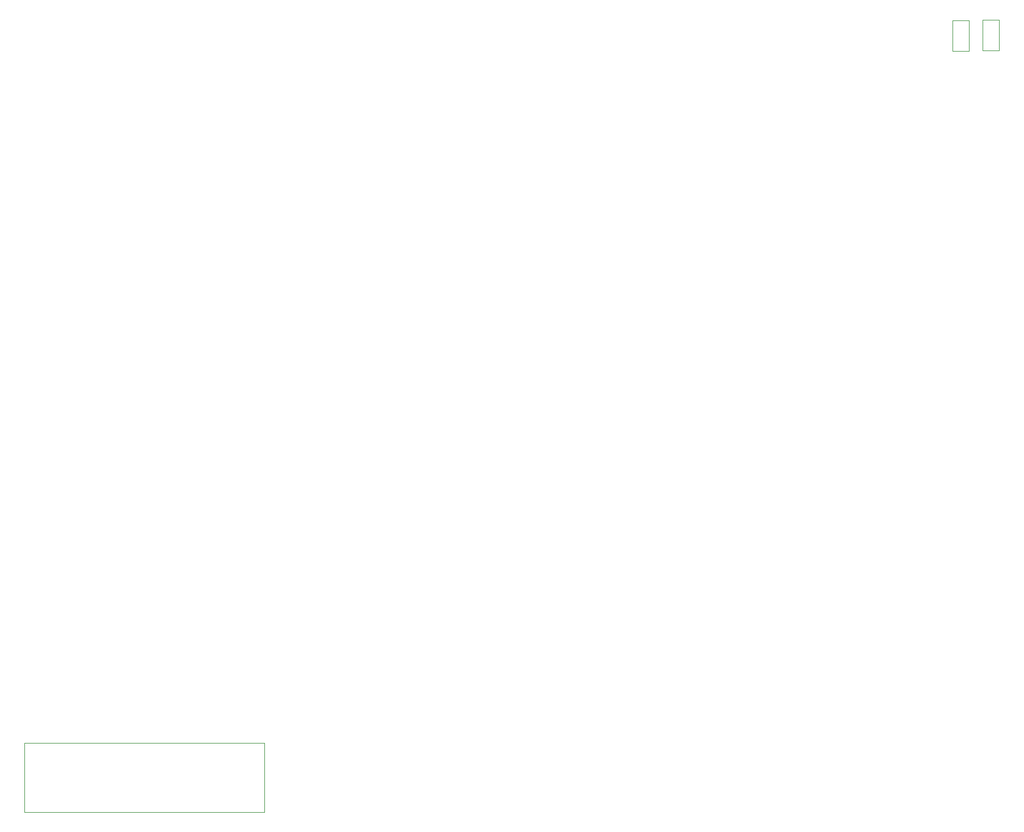
<source format=gbr>
G04 #@! TF.GenerationSoftware,KiCad,Pcbnew,8.0.3*
G04 #@! TF.CreationDate,2024-08-06T18:59:45+01:00*
G04 #@! TF.ProjectId,Tesla Small Drive,5465736c-6120-4536-9d61-6c6c20447269,rev?*
G04 #@! TF.SameCoordinates,Original*
G04 #@! TF.FileFunction,Other,User*
%FSLAX46Y46*%
G04 Gerber Fmt 4.6, Leading zero omitted, Abs format (unit mm)*
G04 Created by KiCad (PCBNEW 8.0.3) date 2024-08-06 18:59:45*
%MOMM*%
%LPD*%
G01*
G04 APERTURE LIST*
%ADD10C,0.050000*%
G04 APERTURE END LIST*
D10*
G04 #@! TO.C,JP2*
X201750000Y-71100000D02*
X201750000Y-66500000D01*
X201750000Y-71100000D02*
X204250000Y-71100000D01*
X204250000Y-66500000D02*
X201750000Y-66500000D01*
X204250000Y-66500000D02*
X204250000Y-71100000D01*
G04 #@! TO.C,JP1*
X206250000Y-71000000D02*
X206250000Y-66400000D01*
X206250000Y-71000000D02*
X208750000Y-71000000D01*
X208750000Y-66400000D02*
X206250000Y-66400000D01*
X208750000Y-66400000D02*
X208750000Y-71000000D01*
G04 #@! TO.C,J4*
X63275000Y-174325000D02*
X99025000Y-174325000D01*
X63275000Y-184675000D02*
X63275000Y-174325000D01*
X99025000Y-174325000D02*
X99025000Y-184675000D01*
X99025000Y-184675000D02*
X63275000Y-184675000D01*
G04 #@! TD*
M02*

</source>
